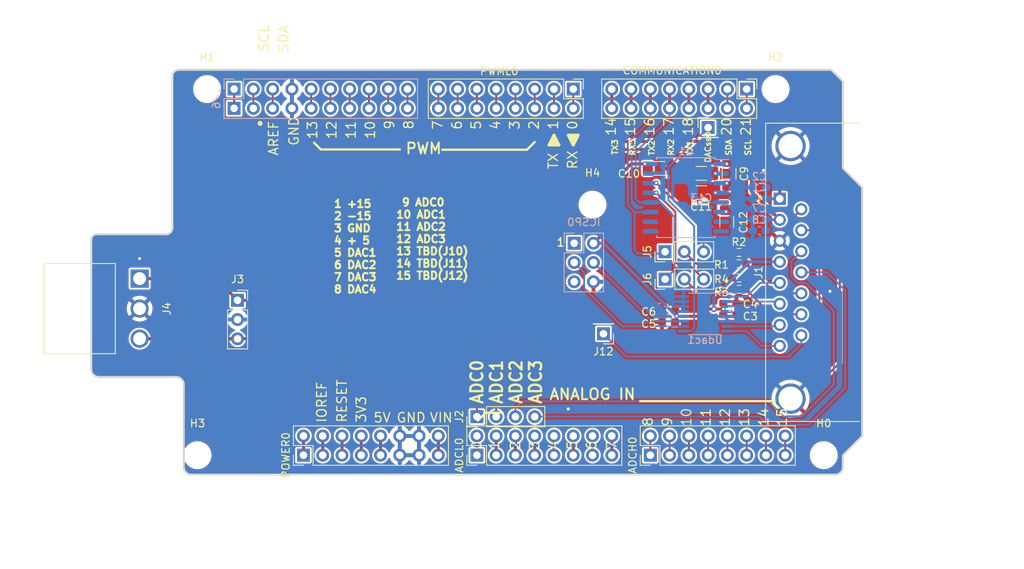
<source format=kicad_pcb>
(kicad_pcb (version 20221018) (generator pcbnew)
  (layers (0 "F.Cu" signal) (31 "B.Cu" signal) (34 "B.Paste" user) (35 "F.Paste" user) (36 "B.SilkS" user "B.Silkscreen") (37 "F.SilkS" user "F.Silkscreen") (38 "B.Mask" user) (39 "F.Mask" user) (44 "Edge.Cuts" user))
  (net 0 "")
  (net 1 "GND")
  (net 2 "/ADC8")
  (net 3 "/ADC9")
  (net 4 "+5V")
  (net 5 "/ADC10")
  (net 6 "/ADC11")
  (net 7 "/ADC12")
  (net 8 "/RXD1")
  (net 9 "/ADC13")
  (net 10 "/MISO")
  (net 11 "/PB1")
  (net 12 "/AREF")
  (net 13 "/SDA")
  (net 14 "/SCL")
  (net 15 "/ADC14")
  (net 16 "/ADC15")
  (net 17 "/ADC0")
  (net 18 "/ADC1")
  (net 19 "/ADC2")
  (net 20 "/ADC3")
  (net 21 "/ADC4")
  (net 22 "/ADC5")
  (net 23 "+15V")
  (net 24 "-15V")
  (net 25 "/DAC_{1}")
  (net 26 "/DAC_{2}")
  (net 27 "/DAC_{3}")
  (net 28 "/DAC_{4}")
  (net 29 "Net-(J1-P15)")
  (net 30 "Net-(U1-C1+)")
  (net 31 "Net-(U1-C1-)")
  (net 32 "/ADC6")
  (net 33 "/ADC7")
  (net 34 "/VIN")
  (net 35 "/TXD1")
  (net 36 "/RXD2")
  (net 37 "/TXD2")
  (net 38 "/RXD3")
  (net 39 "/TXD3")
  (net 40 "/D13")
  (net 41 "/D12")
  (net 42 "/D11")
  (net 43 "/D10")
  (net 44 "/D9")
  (net 45 "/D8")
  (net 46 "unconnected-(POWER0-Pin_1-Pad1)")
  (net 47 "/D0")
  (net 48 "/D1")
  (net 49 "/D2")
  (net 50 "/D3")
  (net 51 "/D4")
  (net 52 "/D5")
  (net 53 "/D6")
  (net 54 "/D7")
  (net 55 "/MOSI")
  (net 56 "/+5V_1")
  (net 57 "/+5V_0")
  (net 58 "/RESET_1")
  (net 59 "/RESET_0")
  (net 60 "/CAD0")
  (net 61 "/CAD1")
  (net 62 "/CAD2")
  (net 63 "/CAD3")
  (net 64 "/SS")
  (net 65 "+3.3V")
  (net 66 "Net-(U1-C2+)")
  (net 67 "Net-(U1-C2-)")
  (net 68 "Net-(U1-VS-)")
  (net 69 "Net-(U1-VS+)")
  (net 70 "/Serial_MOSI")
  (net 71 "/Serial_MISO")
  (net 72 "/RS232_MOSI")
  (net 73 "/RS232_MISO")
  (net 74 "/MAX232/T2_Out")
  (net 75 "/MAX232/R2_In")
  (net 76 "/MAX232/R2_Out")
  (net 77 "/MAX232/T2_In")
  (net 78 "Net-(J5-Pin_2)")
  (net 79 "Net-(J6-Pin_2)")
  (footprint "Connector_PinSocket_2.54mm:PinSocket_1x03_P2.54mm_Vertical" (layer "F.Cu") (at 106.311507 99.579907)
    (fp_text reference "J3")
    (fp_text value "Conn_01x03_Socket")
  )
  (footprint "MountingHole:MountingHole_3.2mm_M3" (layer "F.Cu") (at 183.58 120)
    (fp_text reference "H0")
    (fp_text value "MountingHole_Pad")
  )
  (footprint "MountingHole:MountingHole_3.2mm_M3" (layer "F.Cu") (at 153.1 86.98)
    (fp_text reference "H4")
    (fp_text value "MountingHole_Pad" hide)
  )
  (footprint "Connector_PinHeader_2.54mm:PinHeader_1x01_P2.54mm_Vertical" (layer "F.Cu") (at 168.34 76.82)
    (fp_text reference "DACss0")
    (fp_text value "Conn_01x01_Pin")
  )
  (footprint "Capacitor_SMD:C_1206_3216Metric_Pad1.33x1.80mm_HandSolder" (layer "F.Cu") (at 167.4375 85.4 180)
    (fp_text reference "C11")
    (fp_text value "1µF")
  )
  (footprint "DoubleRows:PinHeader_1x08_P2.54mm_Vertical_Double" (layer "F.Cu") (at 173.42 71.74 -90)
    (fp_text reference "COMMUNICATION0")
    (fp_text value "FH254-108DF08500V")
  )
  (footprint "Connector_PinHeader_2.54mm:PinHeader_1x03_P2.54mm_Vertical" (layer "F.Cu") (at 162.66 93.18 90)
    (fp_text reference "J5")
    (fp_text value "Conn_01x03_Pin")
  )
  (footprint "Capacitor_SMD:C_1206_3216Metric_Pad1.33x1.80mm_HandSolder" (layer "F.Cu") (at 170.8 89.2625 -90)
    (fp_text reference "C12")
    (fp_text value "1µF")
  )
  (footprint "Capacitor_SMD:C_1206_3216Metric_Pad1.33x1.80mm_HandSolder" (layer "F.Cu") (at 161.95 82.2)
    (fp_text reference "C10")
    (fp_text value "1µF")
  )
  (footprint "DoubleRows:PinHeader_1x08_P2.54mm_Vertical_Double" (layer "F.Cu") (at 137.86 120 90)
    (fp_text reference "ADCL0")
    (fp_text value "FH254-108DF08500V")
  )
  (footprint "Connector_Dsub:DSUB-15_Female_Horizontal_P2.77x2.84mm_EdgePinOffset7.70mm_Housed_MountingHolesOffset9.12mm" (layer "F.Cu") (at 177.783369 86.2 90)
    (fp_text reference "J1")
    (fp_text value "DA15_Receptacle_MountingHoles")
  )
  (footprint "MountingHole:MountingHole_3.2mm_M3" (layer "F.Cu") (at 177.23 71.74)
    (fp_text reference "H2")
    (fp_text value "MountingHole_Pad")
  )
  (footprint "MountingHole:MountingHole_3.2mm_M3" (layer "F.Cu") (at 101.03 120)
    (fp_text reference "H3")
    (fp_text value "MountingHole_Pad")
  )
  (footprint "DoubleRows:PinHeader_1x08_P2.54mm_Vertical_Double" (layer "F.Cu") (at 150.56 71.74 -90)
    (fp_text reference "PWML0")
    (fp_text value "FH254-108DF08500V")
  )
  (footprint "Connector_PinHeader_2.54mm:PinHeader_1x03_P2.54mm_Vertical" (layer "F.Cu") (at 162.67 96.8 90)
    (fp_text reference "J6")
    (fp_text value "Conn_01x03_Pin")
  )
  (footprint "Capacitor_SMD:C_0603_1608Metric_Pad1.08x0.95mm_HandSolder" (layer "F.Cu") (at 171.2 101.495)
    (fp_text reference "C3")
    (fp_text value "10µF")
  )
  (footprint "Connector_PinHeader_2.54mm:PinHeader_1x01_P2.54mm_Vertical" (layer "F.Cu") (at 154.54 104 180)
    (fp_text reference "J12")
    (fp_text value "Conn_01x01_Pin" hide)
  )
  (footprint "Connector_PinHeader_2.54mm:PinHeader_1x04_P2.54mm_Vertical" (layer "F.Cu") (at 137.86 114.92 90)
    (fp_text reference "J2")
    (fp_text value "Conn_01x04_Pin")
  )
  (footprint "Capacitor_SMD:C_0603_1608Metric_Pad1.08x0.95mm_HandSolder" (layer "F.Cu") (at 171.2 99.995)
    (fp_text reference "C4")
    (fp_text value "100nF")
  )
  (footprint "Capacitor_SMD:C_1206_3216Metric_Pad1.33x1.80mm_HandSolder" (layer "F.Cu") (at 167.4375 82.85 180)
    (fp_text reference "C13")
    (fp_text value "1µF")
  )
  (footprint "Resistor_SMD:R_0603_1608Metric_Pad0.98x0.95mm_HandSolder" (layer "F.Cu") (at 172.4275 98.14)
    (fp_text reference "R3")
    (fp_text value "0")
  )
  (footprint "Resistor_SMD:R_0603_1608Metric_Pad0.98x0.95mm_HandSolder" (layer "F.Cu") (at 172.4175 93.27 180)
    (fp_text reference "R2")
    (fp_text value "R")
  )
  (footprint "MountingHole:MountingHole_3.2mm_M3" (layer "F.Cu") (at 102.3 71.74)
    (fp_text reference "H1")
    (fp_text value "MountingHole_Pad")
  )
  (footprint "Capacitor_SMD:C_0603_1608Metric_Pad1.08x0.95mm_HandSolder" (layer "F.Cu") (at 163.1225 100.925 180)
    (fp_text reference "C6")
    (fp_text value "100nF")
  )
  (footprint "LibPersoNadj:647676-3" (layer "F.Cu") (at 93.4 100.6792 90)
    (fp_text reference "J4")
    (fp_text value "647676-3")
  )
  (footprint "Resistor_SMD:R_0603_1608Metric_Pad0.98x0.95mm_HandSolder" (layer "F.Cu") (at 172.4275 96.64 180)
    (fp_text reference "R4")
    (fp_text value "R")
  )
  (footprint "Capacitor_SMD:C_0603_1608Metric_Pad1.08x0.95mm_HandSolder" (layer "F.Cu") (at 163.1125 102.445 180)
    (fp_text reference "C5")
    (fp_text value "10µF")
  )
  (footprint "Resistor_SMD:R_0603_1608Metric_Pad0.98x0.95mm_HandSolder" (layer "F.Cu") (at 172.4175 94.77)
    (fp_text reference "R1")
    (fp_text value "0")
  )
  (footprint "DoubleRows:PinHeader_1x08_P2.54mm_Vertical_Double" (layer "F.Cu") (at 160.72 120 90)
    (fp_text reference "ADCH0")
    (fp_text value "FH254-108DF08500V")
  )
  (footprint "Capacitor_SMD:C_1206_3216Metric_Pad1.33x1.80mm_HandSolder" (layer "F.Cu") (at 171.1 82.9 -90)
    (fp_text reference "C9")
    (fp_text value "1µF")
  )
  (footprint "DoubleRows:PinHeader_1x08_P2.54mm_Vertical_Double" (layer "F.Cu") (at 115 120 90)
    (fp_text reference "POWER0")
    (fp_text value "FH254-108DF08500V")
  )
  (footprint "Connector_PinSocket_2.54mm:PinSocket_2x03_P2.54mm_Vertical" (layer "B.Cu") (at 150.687 92.06 180)
    (fp_text reference "ICSP0")
    (fp_text value "ICSP")
  )
  (footprint "Capacitor_SMD:C_0603_1608Metric_Pad1.08x0.95mm_HandSolder" (layer "B.Cu") (at 175.1 90.4 180)
    (fp_text reference "C8")
    (fp_text value "100nF")
  )
  (footprint "Capacitor_SMD:C_0603_1608Metric_Pad1.08x0.95mm_HandSolder" (layer "B.Cu") (at 175.1 88.9 180)
    (fp_text reference "C7")
    (fp_text value "10µF")
  )
  (footprint "Package_SO:TSSOP-16_4.4x5mm_P0.65mm" (layer "B.Cu") (at 167.9375 101.375 180)
    (fp_text reference "Udac1")
    (fp_text value "DAC8554IPW")
  )
  (footprint "Package_SO:SOIC-16W_7.5x10.3mm_P1.27mm" (layer "B.Cu") (at 165.4 86.05 180)
    (fp_text reference "U1")
    (fp_text value "MAX232")
  )
  (footprint "Capacitor_SMD:C_0603_1608Metric_Pad1.08x0.95mm_HandSolder" (layer "B.Cu") (at 175.1 84.7 180)
    (fp_text reference "C2")
    (fp_text value "100nF")
  )
  (footprint "Capacitor_SMD:C_0603_1608Metric_Pad1.08x0.95mm_HandSolder" (layer "B.Cu") (at 175.1 86.2 180)
    (fp_text reference "C1")
    (fp_text value "10µF")
  )
  (footprint "DoubleRows:PinHeader_1x10_P2.54mm_Vertical_Double" (layer "B.Cu") (at 105.856 71.74 -90)
    (fp_text reference "JP6")
    (fp_text value "FH254-110DF08500V")
  )
  (gr_line (start 149.925 77.831) (end 150.56 77.831) (stroke (width 0.4064)) (layer "F.SilkS"))
  (gr_line (start 150.56 78.466) (end 151.195 77.831) (stroke (width 0.4064)) (layer "F.SilkS"))
  (gr_line (start 149.925 77.831) (end 150.56 78.466) (stroke (width 0.4064)) (layer "F.SilkS"))
  (gr_line (start 133.288 79.736) (end 144.464 79.736) (stroke (width 0.3048)) (layer "F.SilkS"))
  (gr_line (start 139.003 114.412) (end 137.987 115.428) (stroke (width 0.3048)) (layer "F.SilkS"))
  (gr_line (start 159.369 112.871) (end 176.768 112.871) (stroke (width 0.3048)) (layer "F.SilkS"))
  (gr_line (start 147.385 79.101) (end 148.02 78.466) (stroke (width 0.4064)) (layer "F.SilkS"))
  (gr_circle (center 109.285 76.271) (end 109.4646 76.271) (stroke (width 0.3048)) (fill none) (layer "F.SilkS"))
  (gr_line (start 150.56 77.831) (end 150.56 78.466) (stroke (width 0.4064)) (layer "F.SilkS"))
  (gr_line (start 176.768 112.871) (end 177.657 113.76) (stroke (width 0.3048)) (layer "F.SilkS"))
  (gr_line (start 117.286 79.7) (end 116.397 78.811) (stroke (width 0.3048)) (layer "F.SilkS"))
  (gr_line (start 148.02 77.831) (end 148.655 79.101) (stroke (width 0.4064)) (layer "F.SilkS"))
  (gr_line (start 148.655 79.101) (end 148.02 78.466) (stroke (width 0.4064)) (layer "F.SilkS"))
  (gr_line (start 150.56 79.101) (end 149.925 77.831) (stroke (width 0.4064)) (layer "F.SilkS"))
  (gr_line (start 148.02 79.101) (end 147.385 79.101) (stroke (width 0.4064)) (layer "F.SilkS"))
  (gr_line (start 141.035 114.412) (end 139.003 114.412) (stroke (width 0.3048)) (layer "F.SilkS"))
  (gr_line (start 127.7 79.7) (end 117.286 79.7) (stroke (width 0.3048)) (layer "F.SilkS"))
  (gr_line (start 148.02 78.466) (end 148.02 79.101) (stroke (width 0.4064)) (layer "F.SilkS"))
  (gr_line (start 148.02 79.101) (end 148.655 79.101) (stroke (width 0.4064)) (layer "F.SilkS"))
  (gr_line (start 151.195 77.831) (end 150.56 79.101) (stroke (width 0.4064)) (layer "F.SilkS"))
  (gr_line (start 151.195 77.831) (end 150.56 77.831) (stroke (width 0.4064)) (layer "F.SilkS"))
  (gr_line (start 144.464 79.736) (end 145.48 78.72) (stroke (width 0.3048)) (layer "F.SilkS"))
  (gr_line (start 147.385 79.101) (end 148.02 77.831) (stroke (width 0.4064)) (layer "F.SilkS"))
  (gr_arc (start 88.0344 109.6792) (mid 87.327293 109.386307) (end 87.0344 108.6792) (stroke (width 0.254)) (layer "Edge.Cuts"))
  (gr_line (start 88.0344 109.6792) (end 98.226193 109.6792) (stroke (width 0.254)) (layer "Edge.Cuts"))
  (gr_line (start 99.2344 121.5528) (end 99.2344 110.6792) (stroke (width 0.254)) (layer "Edge.Cuts"))
  (gr_arc (start 186.0944 121.5528) (mid 185.801507 122.259907) (end 185.0944 122.5528) (stroke (width 0.254)) (layer "Edge.Cuts"))
  (gr_line (start 188.6344 84.7068) (end 188.6344 117.4728) (stroke (width 0.254)) (layer "Edge.Cuts"))
  (gr_line (start 186.0944 70.7368) (end 186.0944 82.1668) (stroke (width 0.254)) (layer "Edge.Cuts"))
  (gr_arc (start 97.7333 70.0792) (mid 97.953863 69.480315) (end 98.5333 69.2128) (stroke (width 0.254)) (layer "Edge.Cuts"))
  (gr_arc (start 87.0344 91.6792) (mid 87.218183 91.134469) (end 87.7333 90.8792) (stroke (width 0.254)) (layer "Edge.Cuts"))
  (gr_line (start 87.0344 108.6792) (end 87.0344 91.6792) (stroke (width 0.254)) (layer "Edge.Cuts"))
  (gr_line (start 186.0944 120.0128) (end 186.0944 121.5528) (stroke (width 0.254)) (layer "Edge.Cuts"))
  (gr_arc (start 98.226193 109.6792) (mid 98.937404 109.970392) (end 99.2344 110.6792) (stroke (width 0.254)) (layer "Edge.Cuts"))
  (gr_arc (start 100.2344 122.5528) (mid 99.527293 122.259907) (end 99.2344 121.5528) (stroke (width 0.254)) (layer "Edge.Cuts"))
  (gr_arc (start 97.7333 90.0792) (mid 97.498985 90.644885) (end 96.9333 90.8792) (stroke (width 0.254)) (layer "Edge.Cuts"))
  (gr_line (start 96.9333 90.8792) (end 87.7333 90.8792) (stroke (width 0.254)) (layer "Edge.Cuts"))
  (gr_line (start 185.0944 122.5528) (end 100.2344 122.5528) (stroke (width 0.254)) (layer "Edge.Cuts"))
  (gr_line (start 184.5704 69.2128) (end 186.0944 70.7368) (stroke (width 0.254)) (layer "Edge.Cuts"))
  (gr_line (start 186.0944 82.1668) (end 188.6344 84.7068) (stroke (width 0.254)) (layer "Edge.Cuts"))
  (gr_line (start 98.5333 69.2128) (end 184.5704 69.2128) (stroke (width 0.254)) (layer "Edge.Cuts"))
  (gr_line (start 97.7333 70.0792) (end 97.7333 90.0792) (stroke (width 0.254)) (layer "Edge.Cuts"))
  (gr_line (start 188.6344 117.4728) (end 186.0944 120.0128) (stroke (width 0.254)) (layer "Edge.Cuts"))
  (gr_text "0" (at 138.58 119.4 90) (layer "F.SilkS") (effects (font (size 1.251712 1.251712) (thickness 0.170688)) (justify left bottom)))
  (gr_text "12" (at 171.307 116.3 90) (layer "F.SilkS") (effects (font (size 1.251712 1.251712) (thickness 0.170688)) (justify left bottom)))
  (gr_text "TX" (at 148.655 82.403 90) (layer "F.SilkS") (effects (font (size 1.251712 1.251712) (thickness 0.170688)) (justify left bottom)))
  (gr_text "7" (at 133.415 77.196 90) (layer "F.SilkS") (effects (font (size 1.251712 1.251712) (thickness 0.170688)) (justify left bottom)))
  (gr_text "14" (at 156.275 78 90) (layer "F.SilkS") (effects (font (size 1.251712 1.251712) (thickness 0.170688)) (justify left bottom)))
  (gr_text "SCL" (at 110.5446 66.9238 90) (layer "F.SilkS") (effects (font (size 1.28016 1.28016) (thickness 0.14224)) (justify left bottom)))
  (gr_text "ADC0\nADC1\nADC2\nADC3" (at 141.73 110.34 90) (layer "F.SilkS") (effects (font (size 1.6 1.5) (thickness 0.3))))
  (gr_text "TX3" (at 156.5 80.5 90) (layer "F.SilkS") (effects (font (size 0.75 0.75) (thickness 0.170688)) (justify left bottom)))
  (gr_text "GND" (at 127.1788 115.7824) (layer "F.SilkS") (effects (font (size 1.251712 1.251712) (thickness 0.170688)) (justify left bottom)))
  (gr_text "11" (at 121.985 78.43 90) (layer "F.SilkS") (effects (font (size 1.251712 1.251712) (thickness 0.170688)) (justify left bottom)))
  (gr_text "0" (at 151.195 77.196 90) (layer "F.SilkS") (effects (font (size 1.251712 1.251712) (thickness 0.170688)) (justify left bottom)))
  (gr_text "SCL" (at 174.04 80.6 90) (layer "F.SilkS") (effects (font (size 0.75 0.75) (thickness 0.170688)) (justify left bottom)))
  (gr_text "1" (at 148.655 77.196 90) (layer "F.SilkS") (effects (font (size 1.251712 1.251712) (thickness 0.170688)) (justify left bottom)))
  (gr_text "4" (at 148.74 119.4 90) (layer "F.SilkS") (effects (font (size 1.251712 1.251712) (thickness 0.170688)) (justify left bottom)))
  (gr_text "18" (at 166.435 78 90) (layer "F.SilkS") (effects (font (size 1.251712 1.251712) (thickness 0.170688)) (justify left bottom)))
  (gr_text "AREF" (at 111.7952 80.6022 90) (layer "F.SilkS") (effects (font (size 1.251712 1.251712) (thickness 0.170688)) (justify left bottom)))
  (gr_text "5" (at 138.495 77.196 90) (layer "F.SilkS") (effects (font (size 1.251712 1.251712) (thickness 0.170688)) (justify left bottom)))
  (gr_text "20" (at 171.515 78 90) (layer "F.SilkS") (effects (font (size 1.251712 1.251712) (thickness 0.170688)) (justify left bottom)))
  (gr_text "3" (at 146.2 119.4 90) (layer "F.SilkS") (effects (font (size 1.251712 1.251712) (thickness 0.170688)) (justify left bottom)))
  (gr_text "4" (at 141.035 77.196 90) (layer "F.SilkS") (effects (font (size 1.251712 1.251712) (thickness 0.170688)) (justify left bottom)))
  (gr_text "IOREF" (at 118.1452 115.8 90) (layer "F.SilkS") (effects (font (size 1.251712 1.251712) (thickness 0.170688)) (justify left bottom)))
  (gr_text "TX1" (at 166.42 80.6 90) (layer "F.SilkS") (effects (font (size 0.75 0.75) (thickness 0.170688)) (justify left bottom)))
  (gr_text "15" (at 158.815 78 90) (layer "F.SilkS") (effects (font (size 1.251712 1.251712) (thickness 0.170688)) (justify left bottom)))
  (gr_text "14" (at 176.387 116.3 90) (layer "F.SilkS") (effects (font (size 1.251712 1.251712) (thickness 0.170688)) (justify left bottom)))
  (gr_text "2" (at 146.115 77.196 90) (layer "F.SilkS") (effects (font (size 1.251712 1.251712) (thickness 0.170688)) (justify left bottom)))
  (gr_text "VIN" (at 131.5476 115.7824) (layer "F.SilkS") (effects (font (size 1.251712 1.251712) (thickness 0.170688)) (justify left bottom)))
  (gr_text "10" (at 166.227 116.3 90) (layer "F.SilkS") (effects (font (size 1.28016 1.28016) (thickness 0.14224)) (justify left bottom)))
  (gr_text "9" (at 127.065 77.16 90) (layer "F.SilkS") (effects (font (size 1.251712 1.251712) (thickness 0.170688)) (justify left bottom)))
  (gr_text "8" (at 129.605 77.16 90) (layer "F.SilkS") (effects (font (size 1.251712 1.251712) (thickness 0.170688)) (justify left bottom)))
  (gr_text "8" (at 161.147 116.3 90) (layer "F.SilkS") (effects (font (size 1.251712 1.251712) (thickness 0.170688)) (justify left bottom)))
  (gr_text "15" (at 178.8 116.3 90) (layer "F.SilkS") (effects (font (size 1.251712 1.251712) (thickness 0.170688)) (justify left bottom)))
  (gr_text "PWM" (at 128.335 80.4) (layer "F.SilkS") (effects (font (size 1.42494 1.42494) (thickness 0.25146)) (justify left bottom)))
  (gr_text "RX" (at 151.195 82.403 90) (layer "F.SilkS") (effects (font (size 1.251712 1.251712) (thickness 0.170688)) (justify left bottom)))
  (gr_text "6" (at 153.693 119.4 90) (layer "F.SilkS") (effects (font (size 1.251712 1.251712) (thickness 0.170688)) (justify left bottom)))
  (gr_text "RESET" (at 120.8122 115.8 90) (layer "F.SilkS") (effects (font (size 1.251712 1.251712) (thickness 0.170688)) (justify left bottom)))
  (gr_text " 9 ADC0\n10 ADC1\n11 ADC2\n12 ADC3\n13 TBD(J10)\n14 TBD(J11)\n15 TBD(J12)" (at 127.1 91.5) (layer "F.SilkS") (effects (font (size 1 1) (thickness 0.25)) (justify left)))
  (gr_text "5" (at 151.153 119.4 90) (layer "F.SilkS") (effects (font (size 1.251712 1.251712) (thickness 0.170688)) (justify left bottom)))
  (gr_text "13" (at 116.905 78.43 90) (layer "F.SilkS") (effects (font (size 1.251712 1.251712) (thickness 0.170688)) (justify left bottom)))
  (gr_text "21" (at 174.055 78 90) (layer "F.SilkS") (effects (font (size 1.251712 1.251712) (thickness 0.170688)) (justify left bottom)))
  (gr_text "1" (at 149.5356 91.3102) (layer "F.SilkS") (effects (font (size 1.0795 1.0795) (thickness 0.1905)) (justify right top)))
  (gr_text "SDA" (at 113.1354 67 90) (layer "F.SilkS") (effects (font (size 1.28016 1.28016) (thickness 0.14224)) (justify left bottom)))
  (gr_text "TX2" (at 161.34 80.6 90) (layer "F.SilkS") (effects (font (size 0.75 0.75) (thickness 0.170688)) (justify left bottom)))
  (gr_text "11" (at 168.767 116.3 90) (layer "F.SilkS") (effects (font (size 1.251712 1.251712) (thickness 0.170688)) (justify left bottom)))
  (gr_text "3V3" (at 123.3522 115.8 90) (layer "F.SilkS") (effects (font (size 1.251712 1.251712) (thickness 0.170688)) (justify left bottom)))
  (gr_text "16" (at 161.355 78 90) (layer "F.SilkS") (effects (font (size 1.251712 1.251712) (thickness 0.170688)) (justify left bottom)))
  (gr_text "6" (at 135.955 77.196 90) (layer "F.SilkS") (effects (font (size 1.251712 1.251712) (thickness 0.170688)) (justify left bottom)))
  (gr_text "12" (at 119.445 78.43 90) (layer "F.SilkS") (effects (font (size 1.251712 1.251712) (thickness 0.170688)) (justify left bottom)))
  (gr_text "13" (at 173.847 116.3 90) (layer "F.SilkS") (effects (font (size 1.251712 1.251712) (thickness 0.170688)) (justify left bottom)))
  (gr_text "17" (at 163.895 78 90) (layer "F.SilkS") (effects (font (size 1.251712 1.251712) (thickness 0.170688)) (justify left bottom)))
  (gr_text "2" (at 143.66 119.4 90) (layer "F.SilkS") (effects (font (size 1.251712 1.251712) (thickness 0.170688)) (justify left bottom)))
  (gr_text "5V" (at 124.1308 115.7824) (layer "F.SilkS") (effects (font (size 1.251712 1.251712) (thickness 0.170688)) (justify left bottom)))
  (gr_text "ANALOG IN" (at 147.3 112.8) (layer "F.SilkS") (effects (font (size 1.42494 1.42494) (thickness 0.25146)) (justify left bottom)))
  (gr_text "3" (at 143.575 77.196 90) (layer "F.SilkS") (effects (font (size 1.251712 1.251712) (thickness 0.170688)) (justify left bottom)))
  (gr_text "GND" (at 114.473 79.3068 90) (layer "F.SilkS") (effects (font (size 1.251712 1.251712) (thickness 0.170688)) (justify left bottom)))
  (gr_text "1 +15\n2 -15\n3 GND\n4 + 5\n5 DAC1\n6 DAC2\n7 DAC3\n8 DAC4" (at 118.9 92.5) (layer "F.SilkS") (effects (font (size 1 1) (thickness 0.25)) (justify left)))
  (gr_text "7" (at 156.36 119.4 90) (layer "F.SilkS") (effects (font (size 1.251712 1.251712) (thickness 0.170688)) (justify left bottom)))
  (gr_text "RX3" (at 158.8 80.6 90) (layer "F.SilkS") (effects (font (size 0.75 0.75) (thickness 0.170688)) (justify left bottom)))
  (gr_text "9" (at 163.687 116.3 90) (layer "F.SilkS") (effects (font (size 1.251712 1.251712) (thickness 0.170688)) (justify left bottom)))
  (gr_text "RX2" (at 163.88 80.6 90) (layer "F.SilkS") (effects (font (size 0.75 0.75) (thickness 0.170688)) (justify left bottom)))
  (gr_text "10" (at 124.525 78.43 90) (layer "F.SilkS") (effects (font (size 1.251712 1.251712) (thickness 0.170688)) (justify left bottom)))
  (gr_text "1" (at 140.866 119.4 90) (layer "F.SilkS") (effects (font (size 1.251712 1.251712) (thickness 0.170688)) (justify left bottom)))
  (gr_text "SDA" (at 171.5 80.6 90) (layer "F.SilkS") (effects (font (size 0.75 0.75) (thickness 0.170688)) (justify left bottom)))
  (segment (start 113.476 71.74) (end 113.476 74.28) (width 0.25) (layer "F.Cu") (net 1))
  (via (at 184.4 98.4) (size 0.8) (drill 0.4) (layers "F.Cu" "B.Cu") (net 1))
  (via (at 149.9 113.9) (size 0.8) (drill 0.4) (layers "F.Cu" "B.Cu") (net 1))
  (via (at 175.65 82.45) (size 0.8) (drill 0.4) (layers "F.Cu" "B.Cu") (net 1))
  (segment (start 160.72 120) (end 160.72 117.46) (width 0.25) (layer "F.Cu") (net 2))
  (segment (start 163.26 117.46) (end 163.26 120) (width 0.25) (layer "F.Cu") (net 3))
  (segment (start 167.114228 101.685772) (end 168.065 100.735) (width 0.4) (layer "F.Cu") (net 4))
  (segment (start 170.3375 99.995) (end 170.3375 101.495) (width 0.25) (layer "F.Cu") (net 4))
  (segment (start 164.168521 101.685772) (end 167.114228 101.685772) (width 0.4) (layer "F.Cu") (net 4))
  (segment (start 169.1 100.735) (end 170.35 100.735) (width 0.4) (layer "F.Cu") (net 4))
  (segment (start 158.2 81.6) (end 156.8 83) (width 0.4) (layer "F.Cu") (net 4))
  (segment (start 156.8 83) (end 156.8 88.487) (width 0.4) (layer "F.Cu") (net 4))
  (segment (start 164.168521 101.108521) (end 163.985 100.925) (width 0.25) (layer "F.Cu") (net 4))
  (segment (start 164.168521 101.685772) (end 164.168521 102.251479) (width 0.25) (layer "F.Cu") (net 4))
  (segment (start 160 81.6) (end 158.2 81.6) (width 0.4) (layer "F.Cu") (net 4))
  (segment (start 156.8 88.487) (end 153.227 92.06) (width 0.4) (layer "F.Cu") (net 4))
  (segment (start 168.065 100.735) (end 169.1 100.735) (width 0.4) (layer "F.Cu") (net 4))
  (segment (start 164.168521 101.685772) (end 164.168521 101.108521) (width 0.25) (layer "F.Cu") (net 4))
  (segment (start 164.168521 102.251479) (end 163.975 102.445) (width 0.25) (layer "F.Cu") (net 4))
  (via (at 169.1 100.735) (size 0.8) (drill 0.4) (layers "F.Cu" "B.Cu") (net 4))
  (via (at 164.168521 101.685772) (size 0.6) (drill 0.3) (layers "F.Cu" "B.Cu") (net 4))
  (via (at 170.35 100.735) (size 0.6) (drill 0.3) (layers "F.Cu" "B.Cu") (net 4))
  (via (at 160 81.6) (size 0.6) (drill 0.3) (layers "F.Cu" "B.Cu") (net 4))
  (segment (start 164.168521 101.668521) (end 154.56 92.06) (width 0.4) (layer "B.Cu") (net 4))
  (segment (start 169.1 99.2) (end 169.1 100.735) (width 0.4) (layer "B.Cu") (net 4))
  (segment (start 164.168521 101.685772) (end 164.168521 101.668521) (width 0.4) (layer "B.Cu") (net 4))
  (segment (start 154.56 92.06) (end 153.227 92.06) (width 0.4) (layer "B.Cu") (net 4))
  (segment (start 177.783369 94.51) (end 173.79 94.51) (width 0.4) (layer "B.Cu") (net 4))
  (segment (start 165.075 101.7) (end 164.182749 101.7) (width 0.25) (layer "B.Cu") (net 4))
  (segment (start 173.79 94.51) (end 169.1 99.2) (width 0.4) (layer "B.Cu") (net 4))
  (segment (start 164.182749 101.7) (end 164.168521 101.685772) (width 0.25) (layer "B.Cu") (net 4))
  (segment (start 165.8 117.46) (end 165.8 120) (width 0.25) (layer "F.Cu") (net 5))
  (segment (start 168.34 117.46) (end 168.34 120) (width 0.25) (layer "F.Cu") (net 6))
  (segment (start 170.88 117.46) (end 170.88 120) (width 0.25) (layer "F.Cu") (net 7))
  (segment (start 168.34 74.28) (end 168.34 71.74) (width 0.4) (layer "F.Cu") (net 8))
  (segment (start 173.42 117.46) (end 173.42 120) (width 0.25) (layer "F.Cu") (net 9))
  (segment (start 157 103) (end 165.075 103) (width 0.25) (layer "B.Cu") (net 11))
  (segment (start 150.687 94.6) (end 152 95.913) (width 0.25) (layer "B.Cu") (net 11))
  (segment (start 152 98) (end 157 103) (width 0.25) (layer "B.Cu") (net 11))
  (segment (start 152 95.913) (end 152 98) (width 0.25) (layer "B.Cu") (net 11))
  (segment (start 110.936 71.74) (end 110.936 74.28) (width 0.25) (layer "F.Cu") (net 12))
  (segment (start 170.88 71.74) (end 170.88 74.28) (width 0.25) (layer "F.Cu") (net 13))
  (segment (start 108.396 71.74) (end 108.396 74.28) (width 0.25) (layer "F.Cu") (net 13))
  (segment (start 105.856 74.28) (end 105.856 71.74) (width 0.25) (layer "F.Cu") (net 14))
  (segment (start 173.42 71.74) (end 173.42 74.28) (width 0.25) (layer "F.Cu") (net 14))
  (segment (start 175.96 117.46) (end 175.96 120) (width 0.25) (layer "F.Cu") (net 15))
  (segment (start 178.5 117.46) (end 178.5 120) (width 0.25) (layer "F.Cu") (net 16))
  (segment (start 137.86 117.46) (end 137.86 120) (width 0.4) (layer "F.Cu") (net 17))
  (segment (start 140.4 117.46) (end 140.4 120) (width 0.4) (layer "F.Cu") (net 18))
  (segment (start 142.94 117.46) (end 142.94 120) (width 0.4) (layer "F.Cu") (net 19))
  (segment (start 145.48 117.46) (end 145.48 120) (width 0.4) (layer "F.Cu") (net 20))
  (segment (start 148.02 117.46) (end 148.02 120) (width 0.4) (layer "F.Cu") (net 21))
  (segment (start 150.56 117.46) (end 150.56 120) (width 0.4) (layer "F.Cu") (net 22))
  (segment (start 103.4508 96.7192) (end 93.4 96.7192) (width 0.4) (layer "F.Cu") (net 23))
  (segment (start 174 78.65) (end 147.05 78.65) (width 0.4) (layer "F.Cu") (net 23))
  (segment (start 177.783369 86.2) (end 177.783369 82.433369) (width 0.4) (layer "F.Cu") (net 23))
  (segment (start 106.311507 99.579907) (end 103.4508 96.7192) (width 0.4) (layer "F.Cu") (net 23))
  (segment (start 147.05 78.65) (end 126.120093 99.579907) (width 0.4) (layer "F.Cu") (net 23))
  (segment (start 126.120093 99.579907) (end 106.311507 99.579907) (width 0.4) (layer "F.Cu") (net 23))
  (segment (start 177.783369 82.433369) (end 174 78.65) (width 0.4) (layer "F.Cu") (net 23))
  (segment (start 177.783369 86.2) (end 175.9625 86.2) (width 0.4) (layer "B.Cu") (net 23))
  (segment (start 175.9625 84.7) (end 175.9625 86.2) (width 0.4) (layer "B.Cu") (net 23))
  (segment (start 97.270707 104.659907) (end 106.311507 104.659907) (width 0.4) (layer "F.Cu") (net 24))
  (segment (start 127.4608 104.6392) (end 93.4 104.6392) (width 0.4) (layer "F.Cu") (net 24))
  (segment (start 93.420707 104.659907) (end 93.4 104.6392) (width 0.4) (layer "F.Cu") (net 24))
  (segment (start 152.4 79.7) (end 131.875 100.225) (width 0.4) (layer "F.Cu") (net 24))
  (segment (start 131.875 100.225) (end 128.75 103.35) (width 0.4) (layer "F.Cu") (net 24))
  (segment (start 172.7 79.7) (end 152.4 79.7) (width 0.4) (layer "F.Cu") (net 24))
  (segment (start 106.311507 104.659907) (end 93.420707 104.659907) (width 0.4) (layer "F.Cu") (net 24))
  (segment (start 128.75 103.35) (end 127.4608 104.6392) (width 0.4) (layer "F.Cu") (net 24))
  (segment (start 177.783369 88.97) (end 174.05 85.236631) (width 0.4) (layer "F.Cu") (net 24))
  (segment (start 174.05 85.236631) (end 174.05 81.05) (width 0.4) (layer "F.Cu") (net 24))
  (segment (start 174.05 81.05) (end 172.7 79.7) (width 0.4) (layer "F.Cu") (net 24))
  (segment (start 176.0325 88.97) (end 175.9625 88.9) (width 0.4) (layer "B.Cu") (net 24))
  (segment (start 175.9625 90.4) (end 175.9625 88.9) (width 0.4) (layer "B.Cu") (net 24))
  (segment (start 177.783369 88.97) (end 176.0325 88.97) (width 0.4) (layer "B.Cu") (net 24))
  (segment (start 173.4 99.1) (end 175.22 97.28) (width 0.25) (layer "B.Cu") (net 25))
  (segment (start 170.8 99.1) (end 173.4 99.1) (width 0.25) (layer "B.Cu") (net 25))
  (segment (start 175.22 97.28) (end 177.783369 97.28) (width 0.25) (layer "B.Cu") (net 25))
  (segment (start 177.483369 99.75) (end 177.783369 100.05) (width 0.25) (layer "B.Cu") (net 26))
  (segment (start 170.8 99.75) (end 177.483369 99.75) (width 0.25) (layer "B.Cu") (net 26))
  (segment (start 170.8 103) (end 177.603369 103) (width 0.25) (layer "B.Cu") (net 27))
  (segment (start 177.603369 103) (end 177.783369 102.82) (width 0.25) (layer "B.Cu") (net 27))
  (segment (start 175.39 105.59) (end 177.783369 105.59) (width 0.25) (layer "B.Cu") (net 28))
  (segment (start 173.45 103.65) (end 175.39 105.59) (width 0.25) (layer "B.Cu") (net 28))
  (segment (start 170.8 103.65) (end 173.45 103.65) (width 0.25) (layer "B.Cu") (net 28))
  (segment (start 180.623369 104.205) (end 180.623369 105.33637) (width 0.25) (layer "B.Cu") (net 29))
  (segment (start 157.54 107) (end 154.54 104) (width 0.25) (layer "B.Cu") (net 29))
  (segment (start 180.623369 105.33637) (end 178.959739 107) (width 0.25) (layer "B.Cu") (net 29))
  (segment (start 178.959739 107) (end 157.54 107) (width 0.25) (layer "B.Cu") (net 29))
  (via (at 170.8 81.6) (size 0.6) (drill 0.3) (layers "F.Cu" "B.Cu") (net 30))
  (via (at 170.8 84.15) (size 0.6) (drill 0.3) (layers "F.Cu" "B.Cu") (net 31))
  (segment (start 153.1 117.46) (end 153.1 120) (width 0.4) (layer "F.Cu") (net 32))
  (segment (start 155.64 117.46) (end 155.64 120) (width 0.4) (layer "F.Cu") (net 33))
  (segment (start 132.78 117.46) (end 132.78 120) (width 0.4) (layer "F.Cu") (net 34))
  (segment (start 165.8 71.74) (end 165.8 74.28) (width 0.4) (layer "F.Cu") (net 35))
  (segment (start 163.26 74.28) (end 163.26 71.74) (width 0.4) (layer "F.Cu") (net 36))
  (segment (start 158.78 86.19) (end 159.275 86.685) (width 0.25) (layer "B.Cu") (net 36))
  (segment (start 160.75 86.685) (end 161.985 86.685) (width 0.25) (layer "B.Cu") (net 36))
  (segment (start 163.26 75.59) (end 158.78 80.07) (width 0.25) (layer "B.Cu") (net 36))
  (segment (start 158.78 80.07) (end 158.78 86.19) (width 0.25) (layer "B.Cu") (net 36))
  (segment (start 159.275 86.685) (end 160.75 86.685) (width 0.25) (layer "B.Cu") (net 36))
  (segment (start 163.9 88.6) (end 163.9 95.57) (width 0.25) (layer "B.Cu") (net 36))
  (segment (start 163.26 74.28) (end 163.26 75.59) (width 0.25) (layer "B.Cu") (net 36))
  (segment (start 163.9 95.57) (end 162.67 96.8) (width 0.25) (layer "B.Cu") (net 36))
  (segment (start 161.985 86.685) (end 163.9 88.6) (width 0.25) (layer "B.Cu") (net 36))
  (segment (start 160.72 71.74) (end 160.72 74.28) (width 0.4) (layer "F.Cu") (net 37))
  (segment (start 158.655 88.1) (end 158.655 92.980305) (width 0.25) (layer "B.Cu") (net 37))
  (segment (start 158.655 92.980305) (end 159.099695 93.425) (width 0.25) (layer "B.Cu") (net 37))
  (segment (start 157.75 78.86) (end 157.75 87.05) (width 0.25) (layer "B.Cu") (net 37))
  (segment (start 158.9 87.955) (end 160.75 87.955) (width 0.25) (layer "B.Cu") (net 37))
  (segment (start 162.415 93.425) (end 162.66 93.18) (width 0.25) (layer "B.Cu") (net 37))
  (segment (start 159.099695 93.425) (end 162.415 93.425) (width 0.25) (layer "B.Cu") (net 37))
  (segment (start 157.75 87.05) (end 158.655 87.955) (width 0.25) (layer "B.Cu") (net 37))
  (segment (start 160.72 75.89) (end 157.75 78.86) (width 0.25) (layer "B.Cu") (net 37))
  (segment (start 158.8 87.955) (end 158.655 88.1) (width 0.25) (layer "B.Cu") (net 37))
  (segment (start 158.9 87.955) (end 158.8 87.955) (width 0.25) (layer "B.Cu") (net 37))
  (segment (start 158.655 87.955) (end 158.655 88.1) (width 0.25) (layer "B.Cu") (net 37))
  (segment (start 160.72 74.28) (end 160.72 75.89) (width 0.25) (layer "B.Cu") (net 37))
  (segment (start 158.655 87.955) (end 158.9 87.955) (width 0.25) (layer "B.Cu") (net 37))
  (segment (start 158.18 74.28) (end 158.18 71.74) (width 0.4) (layer "F.Cu") (net 38))
  (segment (start 155.64 74.28) (end 155.64 71.74) (width 0.4) (layer "F.Cu") (net 39))
  (segment (start 116.016 71.74) (end 116.016 74.28) (width 0.25) (layer "F.Cu") (net 40))
  (segment (start 118.556 71.74) (end 118.556 74.28) (width 0.25) (layer "F.Cu") (net 41))
  (segment (start 121.096 71.74) (end 121.096 74.28) (width 0.25) (layer "F.Cu") (net 42))
  (segment (start 123.636 71.74) (end 123.636 74.28) (width 0.25) (layer "F.Cu") (net 43))
  (segment (start 126.176 71.74) (end 126.176 74.28) (width 0.25) (layer "F.Cu") (net 44))
  (segment (start 128.716 71.74) (end 128.716 74.28) (width 0.25) (layer "F.Cu") (net 45))
  (segment (start 115 117.46) (end 115 120) (width 0.4) (layer "F.Cu") (net 46))
  (segment (start 150.56 71.74) (end 150.56 74.28) (width 0.25) (layer "F.Cu") (net 47))
  (segment (start 148.02 71.74) (end 148.02 74.28) (width 0.25) (layer "F.Cu") (net 48))
  (segment (start 145.48 71.74) (end 145.48 74.28) (width 0.25) (layer "F.Cu") (net 49))
  (segment (start 142.94 71.74) (end 142.94 74.28) (width 0.25) (layer "F.Cu") (net 50))
  (segment (start 140.4 71.74) (end 140.4 74.28) (width 0.25) (layer "F.Cu") (net 51))
  (segment (start 137.86 71.74) (end 137.86 74.28) (width 0.25) (layer "F.Cu") (net 52))
  (segment (start 135.32 71.74) (end 135.32 74.28) (width 0.25) (layer "F.Cu") (net 53))
  (segment (start 132.78 71.74) (end 132.78 74.28) (width 0.25) (layer "F.Cu") (net 54))
  (segment (start 153.227 94.6) (end 160.977 102.35) (width 0.25) (layer "B.Cu") (net 55))
  (segment (start 160.977 102.35) (end 165.075 102.35) (width 0.25) (layer "B.Cu") (net 55))
  (segment (start 117.54 117.46) (end 117.54 120) (width 0.4) (layer "F.Cu") (net 56))
  (segment (start 125.16 117.46) (end 125.16 120) (width 0.4) (layer "F.Cu") (net 57))
  (segment (start 120.08 117.46) (end 120.08 120) (width 0.4) (layer "F.Cu") (net 59))
  (segment (start 141.46 108) (end 137.86 111.6) (width 0.25) (layer "F.Cu") (net 60))
  (segment (start 179.3037 91.085) (end 179.9037 91.685) (width 0.25) (layer "F.Cu") (net 60))
  (segment (start 183.0037 93.085) (end 183.0037 106.485) (width 0.25) (layer "F.Cu") (net 60))
  (segment (start 181.4887 108) (end 141.46 108) (width 0.25) (layer "F.Cu") (net 60))
  (segment (start 183.0037 106.485) (end 181.4887 108) (width 0.25) (layer "F.Cu") (net 60))
  (segment (start 181.6037 91.685) (end 183.0037 93.085) (width 0.25) (layer "F.Cu") (net 60))
  (segment (start 179.3037 88.904669) (end 179.3037 91.085) (width 0.25) (layer "F.Cu") (net 60))
  (segment (start 180.623369 87.585) (end 179.3037 88.904669) (width 0.25) (layer "F.Cu") (net 60))
  (segment (start 179.9037 91.685) (end 181.6037 91.685) (width 0.25) (layer "F.Cu") (net 60))
  (segment (start 137.86 111.6) (end 137.86 114.92) (width 0.25) (layer "F.Cu") (net 60))
  (segment (start 180.623369 90.355) (end 183.2737 90.355) (width 0.25) (layer "F.Cu") (net 61))
  (segment (start 185.7037 92.785) (end 185.7037 107.7963) (width 0.25) (layer "F.Cu") (net 61))
  (segment (start 184.2 109.3) (end 143.73 109.3) (width 0.25) (layer "F.Cu") (net 61))
  (segment (start 143.73 109.3) (end 140.4 112.63) (width 0.25) (layer "F.Cu") (net 61))
  (segment (start 185.7037 107.7963) (end 184.2 109.3) (width 0.25) (layer "F.Cu") (net 61))
  (segment (start 183.2737 90.355) (end 185.7037 92.785) (width 0.25) (layer "F.Cu") (net 61))
  (segment (start 140.4 112.63) (end 140.4 114.92) (width 0.25) (layer "F.Cu") (net 61))
  (segment (start 180.1037 97.285) (end 181.2037 97.285) (width 0.25) (layer "B.Cu") (net 62))
  (segment (start 184.9037 110.685) (end 180.7187 114.87) (width 0.25) (layer "B.Cu") (net 62))
  (segment (start 179.3037 94.444669) (end 179.3037 96.485) (width 0.25) (layer "B.Cu") (net 62))
  (segment (start 179.3037 96.485) (end 180.1037 97.285) (width 0.25) (layer "B.Cu") (net 62))
  (segment (start 180.7187 114.87) (end 178.240322 114.87) (width 0.25) (layer "B.Cu") (net 62))
  (segment (start 181.2037 97.285) (end 184.9037 100.985) (width 0.25) (layer "B.Cu") (net 62))
  (segment (start 142.94 113.76) (end 142.94 114.92) (width 0.25) (layer "B.Cu") (net 62))
  (segment (start 184.9037 100.985) (end 184.9037 110.685) (width 0.25) (layer "B.Cu") (net 62))
  (segment (start 143.8 112.9) (end 142.94 113.76) (width 0.25) (layer "B.Cu") (net 62))
  (segment (start 176.270322 112.9) (end 143.8 112.9) (width 0.25) (layer "B.Cu") (net 62))
  (segment (start 180.623369 93.125) (end 179.3037 94.444669) (width 0.25) (layer "B.Cu") (net 62))
  (segment (start 178.240322 114.87) (end 176.270322 112.9) (width 0.25) (layer "B.Cu") (net 62))
  (segment (start 181.5887 116) (end 186.4037 111.185) (width 0.25) (layer "B.Cu") (net 63))
  (segment (start 145.48 114.92) (end 175.12 114.92) (width 0.25) (layer "B.Cu") (net 63))
  (segment (start 186.4037 98.285) (end 184.0137 95.895) (width 0.25) (layer "B.Cu") (net 63))
  (segment (start 186.4037 111.185) (end 186.4037 98.285) (width 0.25) (layer "B.Cu") (net 63))
  (segment (start 175.12 114.92) (end 176.2 116) (width 0.25) (layer "B.Cu") (net 63))
  (segment (start 176.2 116) (end 181.5887 116) (width 0.25) (layer "B.Cu") (net 63))
  (segment (start 184.0137 95.895) (end 180.623369 95.895) (width 0.25) (layer "B.Cu") (net 63))
  (segment (start 166.05 103.65) (end 165.075 103.65) (width 0.25) (layer "B.Cu") (net 64))
  (segment (start 168.34 76.82) (end 163.1 82.06) (width 0.25) (layer "B.Cu") (net 64))
  (segment (start 166.5 103.2) (end 166.05 103.65) (width 0.25) (layer "B.Cu") (net 64))
  (segment (start 166.5 89.8) (end 166.5 103.2) (width 0.25) (layer "B.Cu") (net 64))
  (segment (start 163.1 82.06) (end 163.1 86.4) (width 0.25) (layer "B.Cu") (net 64))
  (segment (start 163.1 86.4) (end 166.5 89.8) (width 0.25) (layer "B.Cu") (net 64))
  (segment (start 122.62 117.46) (end 122.62 120) (width 0.4) (layer "F.Cu") (net 65))
  (via (at 169.3 85.4) (size 0.6) (drill 0.3) (layers "F.Cu" "B.Cu") (net 66))
  (segment (start 165.875 85.4) (end 167.175 86.7) (width 0.254) (layer "F.Cu") (net 67))
  (segment (start 167.175 86.7) (end 167.2 86.7) (width 0.254) (layer "F.Cu") (net 67))
  (via (at 167.2 86.7) (size 0.6) (drill 0.3) (layers "F.Cu" "B.Cu") (net 67))
  (segment (start 170.035 86.7) (end 170.05 86.685) (width 0.254) (layer "B.Cu") (net 67))
  (segment (start 167.2 86.7) (end 170.035 86.7) (width 0.254) (layer "B.Cu") (net 67))
  (via (at 170.7 87.9) (size 0.6) (drill 0.3) (layers "F.Cu" "B.Cu") (net 68))
  (via (at 169.3 82.85) (size 0.6) (drill 0.3) (layers "F.Cu" "B.Cu") (net 69))
  (segment (start 173.33 94.77) (end 177.225 98.665) (width 0.254) (layer "F.Cu") (net 70))
  (segment (start 173.33 94.77) (end 173.33 93.27) (width 0.254) (layer "F.Cu") (net 70))
  (segment (start 177.225 98.665) (end 180.623369 98.665) (width 0.254) (layer "F.Cu") (net 70))
  (segment (start 176.635 101.435) (end 180.623369 101.435) (width 0.254) (layer "F.Cu") (net 71))
  (segment (start 173.34 98.14) (end 176.635 101.435) (width 0.254) (layer "F.Cu") (net 71))
  (segment (start 173.34 98.14) (end 173.34 96.64) (width 0.254) (layer "F.Cu") (net 71))
  (segment (start 161.5 84.1) (end 167.74 90.34) (width 0.254) (layer "F.Cu") (net 72))
  (segment (start 167.74 90.34) (end 167.74 93.18) (width 0.254) (layer "F.Cu") (net 72))
  (via (at 161.5 84.1) (size 0.6) (drill 0.3) (layers "F.Cu" "B.Cu") (net 72))
  (segment (start 166.05 95.1) (end 167.75 96.8) (width 0.254) (layer "F.Cu") (net 73))
  (segment (start 161.5 85.4) (end 164.023 87.923) (width 0.254) (layer "F.Cu") (net 73))
  (segment (start 164.023 87.923) (end 164.023 94.523) (width 0.254) (layer "F.Cu") (net 73))
  (segment (start 164.6 95.1) (end 166.05 95.1) (width 0.254) (layer "F.Cu") (net 73))
  (segment (start 164.023 94.523) (end 164.6 95.1) (width 0.254) (layer "F.Cu") (net 73))
  (via (at 161.5 85.4) (size 0.6) (drill 0.3) (layers "F.Cu" "B.Cu") (net 73))
  (segment (start 165.2 93.18) (end 166.79 94.77) (width 0.254) (layer "F.Cu") (net 78))
  (segment (start 166.79 94.77) (end 171.505 94.77) (width 0.254) (layer "F.Cu") (net 78))
  (segment (start 166.55 98.14) (end 171.515 98.14) (width 0.254) (layer "F.Cu") (net 79))
  (segment (start 165.21 96.8) (end 166.55 98.14) (width 0.254) (layer "F.Cu") (net 79))
  (zone (net 1) (net_name "GND") (layers "F&B.Cu") (connect_pads (clearance 0.254)) (min_thickness 0.254) (fill yes (thermal_gap 0.508) (thermal_bridge_width 0.508))
    (polygon (pts (xy 210 135) (xy 75 135) (xy 75 60) (xy 210 60)))
  )
)
</source>
